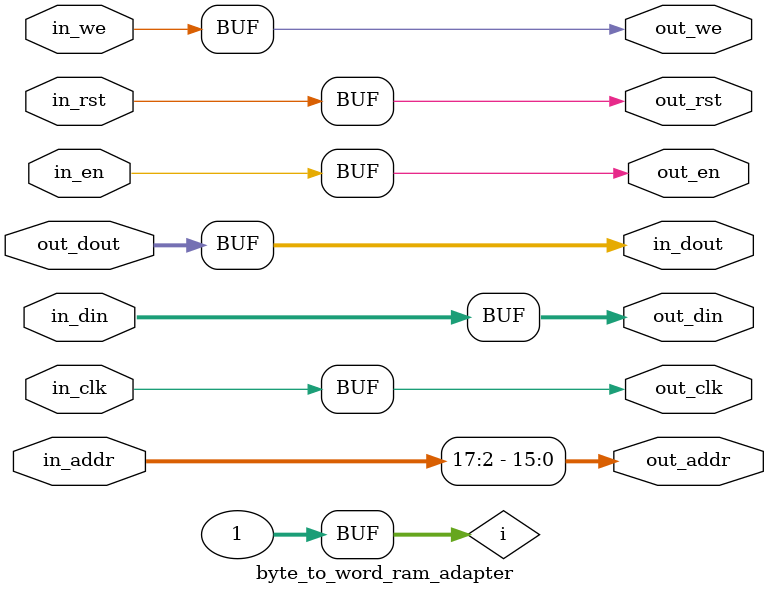
<source format=v>
`timescale 1ns / 1ps


module byte_to_word_ram_adapter #(parameter WE_SIZE = 1,
                                  parameter BRAM_WIDTH = 32,
                                  parameter BRAM_DEPTH = 65536)
(
(* X_INTERFACE_INFO = "xilinx.com:interface:bram:1.0 IN EN" *)
  // Uncomment the following to set interface specific parameter on the bus interface.
  //  (* X_INTERFACE_PARAMETER = "MASTER_TYPE <value>,MEM_ECC <value>,MEM_WIDTH <value>,MEM_SIZE <value>,READ_WRITE_MODE <value>" *)
  //(* X_INTERFACE_PARAMETER = "MASTER_TYPE BRAM_CTRL" *)
  input in_en, // Chip Enable Signal (optional)
  (* X_INTERFACE_INFO = "xilinx.com:interface:bram:1.0 IN DOUT" *)
  output [BRAM_WIDTH-1:0] in_dout, // Data Out Bus (optional)
  (* X_INTERFACE_INFO = "xilinx.com:interface:bram:1.0 IN DIN" *)
  input [BRAM_WIDTH-1:0] in_din, // Data In Bus (optional)
  (* X_INTERFACE_INFO = "xilinx.com:interface:bram:1.0 IN WE" *)
  input [WE_SIZE-1:0] in_we, // Byte Enables (optional)
  (* X_INTERFACE_INFO = "xilinx.com:interface:bram:1.0 IN ADDR" *)
  input [$clog2(BRAM_DEPTH)+1:0] in_addr, // Address Signal (required)
  (* X_INTERFACE_INFO = "xilinx.com:interface:bram:1.0 IN CLK" *)
  input in_clk, // Clock Signal (required)
  (* X_INTERFACE_INFO = "xilinx.com:interface:bram:1.0 IN RST" *)
  input in_rst, // Reset Signal (required)

  (* X_INTERFACE_INFO = "xilinx.com:interface:bram:1.0 OUT EN" *)
  // Uncomment the following to set interface specific parameter on the bus interface.
  //  (* X_INTERFACE_PARAMETER = "MASTER_TYPE <value>,MEM_ECC <value>,MEM_WIDTH <value>,MEM_SIZE <value>,READ_WRITE_MODE <value>" *)
  //(* X_INTERFACE_PARAMETER = "MASTER_TYPE BRAM_CTRL" *)
  output out_en, // Chip Enable Signal (optional)
  (* X_INTERFACE_INFO = "xilinx.com:interface:bram:1.0 OUT DOUT" *)
  input [BRAM_WIDTH-1:0] out_dout, // Data Out Bus (optional)
  (* X_INTERFACE_INFO = "xilinx.com:interface:bram:1.0 OUT DIN" *)
  output [BRAM_WIDTH-1:0] out_din, // Data In Bus (optional)
  (* X_INTERFACE_INFO = "xilinx.com:interface:bram:1.0 OUT WE" *)
  output reg [0:0] out_we, // Byte Enables (optional)
  (* X_INTERFACE_INFO = "xilinx.com:interface:bram:1.0 OUT ADDR" *)
  output [$clog2(BRAM_DEPTH)-1:0] out_addr, // Address Signal (required)
  (* X_INTERFACE_INFO = "xilinx.com:interface:bram:1.0 OUT CLK" *)
  output out_clk, // Clock Signal (required)
  (* X_INTERFACE_INFO = "xilinx.com:interface:bram:1.0 OUT RST" *)
  output out_rst // Reset Signal (required)
    );
    
    assign out_en = in_en;
    assign in_dout = out_dout;
    assign out_din = in_din;
    //out_we will be special
   
    integer i;
    always @(in_we)
    begin
        out_we = 1'b0;
        for (i=0;i<WE_SIZE;i=i+1)
        begin
            out_we = out_we || in_we[i];
        end
    end
    
    assign out_addr = in_addr [$clog2(BRAM_DEPTH)+1:2];
    assign out_clk = in_clk;
    assign out_rst = in_rst;
endmodule

</source>
